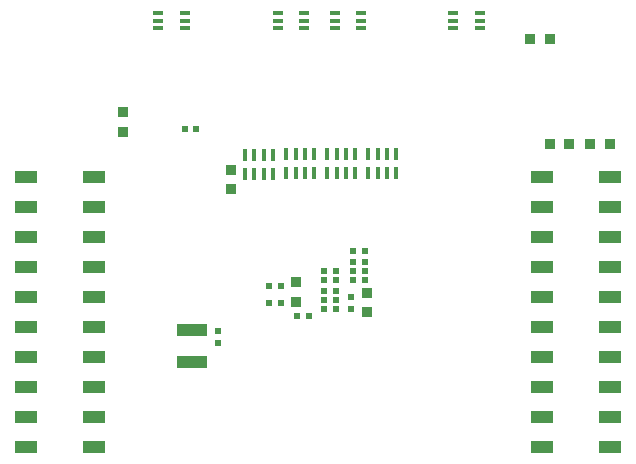
<source format=gbp>
G04*
G04 #@! TF.GenerationSoftware,Altium Limited,Altium Designer,19.0.10 (269)*
G04*
G04 Layer_Color=128*
%FSLAX25Y25*%
%MOIN*%
G70*
G01*
G75*
%ADD17R,0.03500X0.03500*%
%ADD18R,0.03500X0.03500*%
%ADD25R,0.02362X0.01968*%
%ADD26R,0.01968X0.02362*%
%ADD50R,0.07480X0.04016*%
%ADD51R,0.03350X0.01400*%
%ADD52R,0.10236X0.04331*%
%ADD53R,0.01575X0.03937*%
D17*
X78500Y100250D02*
D03*
Y93750D02*
D03*
X42500Y119494D02*
D03*
Y112994D02*
D03*
X123803Y52752D02*
D03*
Y59252D02*
D03*
X100032Y56252D02*
D03*
Y62752D02*
D03*
D18*
X204750Y109000D02*
D03*
X198250D02*
D03*
X191250D02*
D03*
X184750D02*
D03*
X184782Y144000D02*
D03*
X178281D02*
D03*
D25*
X95000Y56002D02*
D03*
X91063D02*
D03*
X113532Y63502D02*
D03*
X109595D02*
D03*
X123000Y73032D02*
D03*
X119063D02*
D03*
X123000Y69500D02*
D03*
X119063D02*
D03*
X123000Y63500D02*
D03*
X119063D02*
D03*
X109595Y60002D02*
D03*
X113532D02*
D03*
X123000Y66500D02*
D03*
X119063D02*
D03*
X66969Y113701D02*
D03*
X63031D02*
D03*
X113532Y66500D02*
D03*
X109594D02*
D03*
X113532Y53752D02*
D03*
X109594D02*
D03*
X113532Y57002D02*
D03*
X109595D02*
D03*
X104437Y51500D02*
D03*
X100500D02*
D03*
X95150Y61470D02*
D03*
X91213D02*
D03*
D26*
X74000Y46394D02*
D03*
Y42457D02*
D03*
X118500Y57805D02*
D03*
Y53868D02*
D03*
D50*
X32721Y88000D02*
D03*
X10279D02*
D03*
X32721Y98000D02*
D03*
X10279D02*
D03*
Y78000D02*
D03*
X32721D02*
D03*
X10279Y68000D02*
D03*
X32721D02*
D03*
X10279Y58000D02*
D03*
X32721D02*
D03*
X10279Y48000D02*
D03*
X32721D02*
D03*
X10279Y38000D02*
D03*
X32721D02*
D03*
X10279Y28000D02*
D03*
X32721D02*
D03*
X10279Y18000D02*
D03*
X32721D02*
D03*
X10279Y8000D02*
D03*
X32721D02*
D03*
X204720Y87891D02*
D03*
X182280D02*
D03*
X204720Y97891D02*
D03*
X182280D02*
D03*
Y77891D02*
D03*
X204720D02*
D03*
X182280Y67891D02*
D03*
X204720D02*
D03*
X182280Y57891D02*
D03*
X204720D02*
D03*
X182280Y47891D02*
D03*
X204720D02*
D03*
X182280Y37891D02*
D03*
X204720D02*
D03*
X182280Y27891D02*
D03*
X204720D02*
D03*
X182280Y17891D02*
D03*
X204720D02*
D03*
X182280Y7891D02*
D03*
X204720D02*
D03*
D51*
X161475Y152529D02*
D03*
Y149970D02*
D03*
Y147411D02*
D03*
X152525D02*
D03*
Y149970D02*
D03*
Y152529D02*
D03*
X121975D02*
D03*
Y149970D02*
D03*
Y147411D02*
D03*
X113025D02*
D03*
Y149970D02*
D03*
Y152529D02*
D03*
X102950Y152559D02*
D03*
Y150000D02*
D03*
Y147441D02*
D03*
X94000D02*
D03*
Y150000D02*
D03*
Y152559D02*
D03*
X63000D02*
D03*
Y150000D02*
D03*
Y147441D02*
D03*
X54050D02*
D03*
Y150000D02*
D03*
Y152559D02*
D03*
D52*
X65500Y46815D02*
D03*
Y36185D02*
D03*
D53*
X124201Y99176D02*
D03*
X127350D02*
D03*
X130500D02*
D03*
X133650D02*
D03*
X124201Y105475D02*
D03*
X127350D02*
D03*
X130500D02*
D03*
X133650D02*
D03*
X110534Y99176D02*
D03*
X113684D02*
D03*
X116833D02*
D03*
X119983D02*
D03*
X110534Y105475D02*
D03*
X113684D02*
D03*
X116833D02*
D03*
X119983D02*
D03*
X83051Y99000D02*
D03*
X86201D02*
D03*
X89350D02*
D03*
X92500D02*
D03*
X83051Y105299D02*
D03*
X86201D02*
D03*
X89350D02*
D03*
X92500D02*
D03*
X96867Y99176D02*
D03*
X100017D02*
D03*
X103167D02*
D03*
X106316D02*
D03*
X96867Y105475D02*
D03*
X100017D02*
D03*
X103167D02*
D03*
X106316D02*
D03*
M02*

</source>
